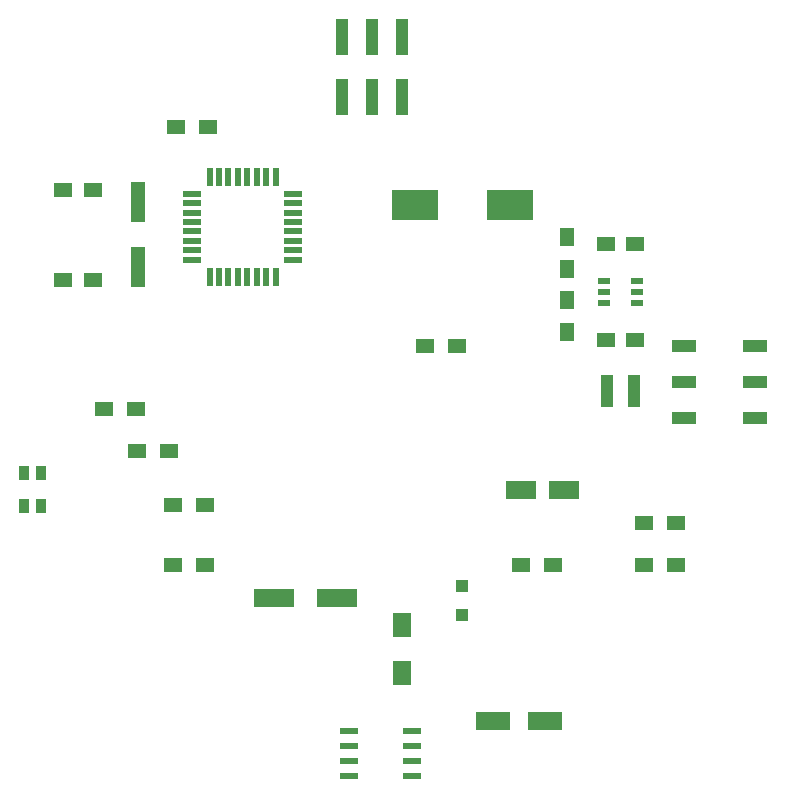
<source format=gbr>
G04 #@! TF.FileFunction,Paste,Top*
%FSLAX46Y46*%
G04 Gerber Fmt 4.6, Leading zero omitted, Abs format (unit mm)*
G04 Created by KiCad (PCBNEW 4.0.7) date 07/04/18 14:48:19*
%MOMM*%
%LPD*%
G01*
G04 APERTURE LIST*
%ADD10C,0.100000*%
%ADD11R,1.600000X0.550000*%
%ADD12R,0.550000X1.600000*%
%ADD13R,1.500000X1.250000*%
%ADD14R,3.000000X1.600000*%
%ADD15R,1.600000X2.000000*%
%ADD16R,2.600000X1.600000*%
%ADD17R,3.500000X1.600000*%
%ADD18R,1.500000X1.300000*%
%ADD19R,1.000000X2.750000*%
%ADD20R,1.300000X1.500000*%
%ADD21R,2.000000X1.100000*%
%ADD22R,4.000000X2.500000*%
%ADD23R,1.100000X0.600000*%
%ADD24R,1.200000X3.500000*%
%ADD25R,1.000000X1.000000*%
%ADD26R,1.550000X0.600000*%
%ADD27R,1.000000X3.150000*%
%ADD28R,0.900000X1.200000*%
G04 APERTURE END LIST*
D10*
D11*
X134434000Y-82106000D03*
X134434000Y-82906000D03*
X134434000Y-83706000D03*
X134434000Y-84506000D03*
X134434000Y-85306000D03*
X134434000Y-86106000D03*
X134434000Y-86906000D03*
X134434000Y-87706000D03*
D12*
X135884000Y-89156000D03*
X136684000Y-89156000D03*
X137484000Y-89156000D03*
X138284000Y-89156000D03*
X139084000Y-89156000D03*
X139884000Y-89156000D03*
X140684000Y-89156000D03*
X141484000Y-89156000D03*
D11*
X142934000Y-87706000D03*
X142934000Y-86906000D03*
X142934000Y-86106000D03*
X142934000Y-85306000D03*
X142934000Y-84506000D03*
X142934000Y-83706000D03*
X142934000Y-82906000D03*
X142934000Y-82106000D03*
D12*
X141484000Y-80656000D03*
X140684000Y-80656000D03*
X139884000Y-80656000D03*
X139084000Y-80656000D03*
X138284000Y-80656000D03*
X137484000Y-80656000D03*
X136684000Y-80656000D03*
X135884000Y-80656000D03*
D13*
X169418000Y-94488000D03*
X171918000Y-94488000D03*
X169438000Y-86360000D03*
X171938000Y-86360000D03*
D14*
X164252000Y-126746000D03*
X159852000Y-126746000D03*
D13*
X125984000Y-81788000D03*
X123484000Y-81788000D03*
X125984000Y-89408000D03*
X123484000Y-89408000D03*
D15*
X152146000Y-122650000D03*
X152146000Y-118650000D03*
D16*
X162284000Y-107188000D03*
X165884000Y-107188000D03*
D17*
X141318000Y-116332000D03*
X146718000Y-116332000D03*
D18*
X172640000Y-113538000D03*
X175340000Y-113538000D03*
D19*
X171838000Y-98806000D03*
X169538000Y-98806000D03*
D20*
X166116000Y-85772000D03*
X166116000Y-88472000D03*
X166116000Y-91106000D03*
X166116000Y-93806000D03*
D18*
X133016000Y-76454000D03*
X135716000Y-76454000D03*
X132762000Y-113538000D03*
X135462000Y-113538000D03*
X175340000Y-109982000D03*
X172640000Y-109982000D03*
X129714000Y-103886000D03*
X132414000Y-103886000D03*
X132762000Y-108458000D03*
X135462000Y-108458000D03*
X126920000Y-100330000D03*
X129620000Y-100330000D03*
X154098000Y-94996000D03*
X156798000Y-94996000D03*
X164926000Y-113538000D03*
X162226000Y-113538000D03*
D21*
X176070000Y-94994000D03*
X176070000Y-98044000D03*
X176070000Y-101094000D03*
X182070000Y-98044000D03*
X182070000Y-94994000D03*
X182070000Y-101094000D03*
D22*
X161290000Y-83058000D03*
X153290000Y-83058000D03*
D23*
X169288000Y-91374000D03*
X172088000Y-91374000D03*
X169288000Y-90424000D03*
X172088000Y-90424000D03*
X169288000Y-89474000D03*
X172088000Y-89474000D03*
D24*
X129794000Y-82848000D03*
X129794000Y-88348000D03*
D25*
X157226000Y-115316000D03*
X157226000Y-117816000D03*
D26*
X147668000Y-127635000D03*
X147668000Y-128905000D03*
X147668000Y-130175000D03*
X147668000Y-131445000D03*
X153068000Y-131445000D03*
X153068000Y-130175000D03*
X153068000Y-128905000D03*
X153068000Y-127635000D03*
D27*
X147066000Y-73899000D03*
X147066000Y-68849000D03*
X149606000Y-73899000D03*
X149606000Y-68849000D03*
X152146000Y-73899000D03*
X152146000Y-68849000D03*
D28*
X120179000Y-108588000D03*
X120179000Y-105788000D03*
X121629000Y-108588000D03*
X121629000Y-105788000D03*
M02*

</source>
